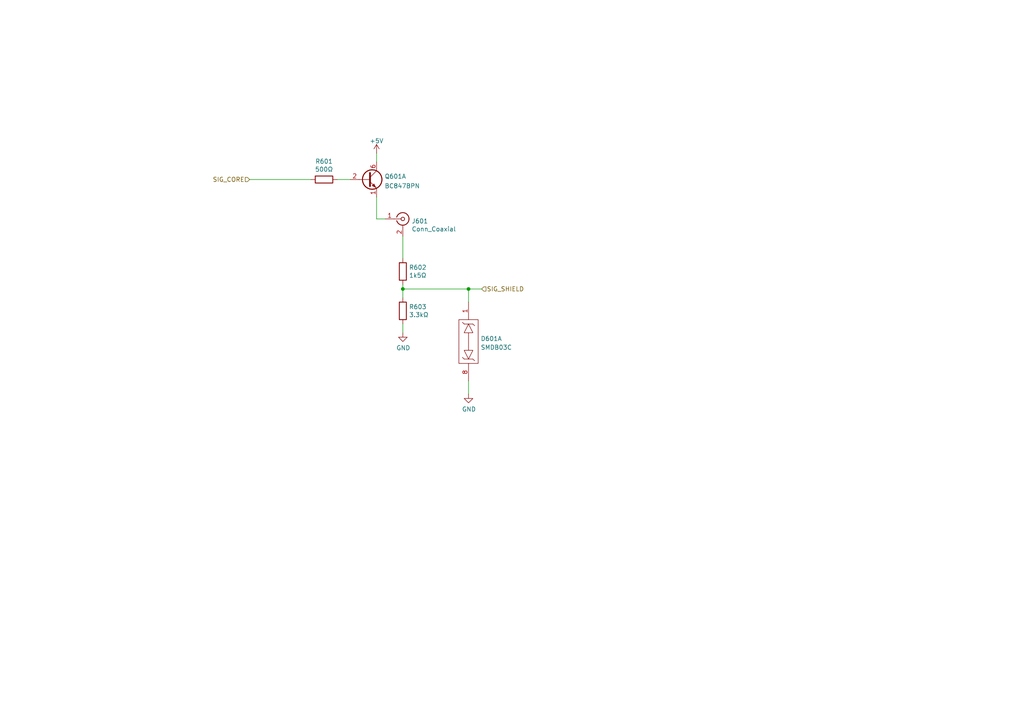
<source format=kicad_sch>
(kicad_sch (version 20211123) (generator eeschema)
  (paper "A4")
  (lib_symbols
    (symbol "CoaxTester:SMDB03C"
      (property "Reference" "D" (at 3.302 -5.588 0))
      (property "Value" "SMDB03C" (at -3.556 0 90))
      (symbol "SMDB03C_0_1"
        (rectangle (start -2.794 6.35) (end 2.794 -6.35) (stroke (width 0.1524)))
        (polyline (pts (xy -1.27 -5.08) (xy -1.778 -4.572)) (stroke (width 0.1524)))
        (polyline (pts (xy -1.27 -5.08) (xy 1.27 -5.08)) (stroke (width 0.1524)))
        (polyline (pts (xy -1.27 5.08) (xy -1.778 5.588)) (stroke (width 0.1524)))
        (polyline (pts (xy -1.27 5.08) (xy 1.27 5.08)) (stroke (width 0.1524)))
        (polyline (pts (xy 0 2.54) (xy 0 -2.54)) (stroke (width 0.1524)))
        (polyline (pts (xy 1.27 -5.08) (xy 1.778 -5.588)) (stroke (width 0.1524)))
        (polyline (pts (xy 1.27 5.08) (xy 1.778 4.572)) (stroke (width 0.1524)))
        (polyline (pts (xy 0 -5.08) (xy -1.27 -2.54) (xy 1.27 -2.54) (xy 0 -5.08)) (stroke (width 0.1524)))
        (polyline (pts (xy 0 5.08) (xy -1.27 2.54) (xy 1.27 2.54) (xy 0 5.08)) (stroke (width 0.1524)))
      )
      (symbol "SMDB03C_1_1"
        (pin passive line (at 0 11.43 270) (length 5.08) (name "") (number "1"))
        (pin passive line (at 0 -11.43 90) (length 5.08) (name "") (number "8"))
      )
      (symbol "SMDB03C_2_1"
        (pin passive line (at 0 11.43 270) (length 5.08) (name "") (number "2"))
        (pin passive line (at 0 -11.43 90) (length 5.08) (name "") (number "7"))
      )
      (symbol "SMDB03C_3_1"
        (pin passive line (at 0 11.43 270) (length 5.08) (name "") (number "3"))
        (pin passive line (at 0 -11.43 90) (length 5.08) (name "") (number "6"))
      )
      (symbol "SMDB03C_4_1"
        (pin passive line (at 0 11.43 270) (length 5.08) (name "") (number "4"))
        (pin passive line (at 0 -11.43 90) (length 5.08) (name "") (number "5"))
      )
    )
    (symbol "Connector:Conn_Coaxial" (pin_names (offset 1.016) hide)
      (property "Reference" "J" (at 0.254 3.048 0))
      (property "Value" "Conn_Coaxial" (at 2.921 0 90))
      (symbol "Conn_Coaxial_0_1"
        (arc (start -1.778 -0.508) (mid 0.222 -1.808) (end 1.778 0) (stroke (width 0.254)))
        (polyline (pts (xy -2.54 0) (xy -0.508 0)))
        (polyline (pts (xy 0 -2.54) (xy 0 -1.778)))
        (circle (center 0 0) (radius 0.508) (stroke (width 0.2032)))
        (arc (start 1.778 0) (mid 0.222 1.8083) (end -1.778 0.508) (stroke (width 0.254)))
      )
      (symbol "Conn_Coaxial_1_1"
        (pin passive line (at -5.08 0 0) (length 2.54) (name "In") (number "1"))
        (pin passive line (at 0 -5.08 90) (length 2.54) (name "Ext") (number "2"))
      )
    )
    (symbol "Device:R" (pin_numbers hide) (pin_names (offset 0))
      (property "Reference" "R" (at 2.032 0 90))
      (property "Value" "R" (at 0 0 90))
      (symbol "R_0_1"
        (rectangle (start -1.016 -2.54) (end 1.016 2.54) (stroke (width 0.254)))
      )
      (symbol "R_1_1"
        (pin passive line (at 0 3.81 270) (length 1.27) (name "~") (number "1"))
        (pin passive line (at 0 -3.81 90) (length 1.27) (name "~") (number "2"))
      )
    )
    (symbol "Transistor_BJT:BC847BPN" (pin_names (offset 0) hide)
      (property "Reference" "Q" (at 5.08 1.27 0))
      (property "Value" "BC847BPN" (at 5.08 -1.27 0))
      (symbol "BC847BPN_0_1"
        (polyline (pts (xy 0.635 0) (xy -2.54 0)))
        (circle (center 1.27 0) (radius 2.8194) (stroke (width 0.254)))
        (circle (center 1.27 0) (radius 2.8194) (stroke (width 0.254)))
      )
      (symbol "BC847BPN_1_1"
        (polyline (pts (xy 0.635 0.635) (xy 2.54 2.54)))
        (polyline (pts (xy 0.635 -0.635) (xy 2.54 -2.54) (xy 2.54 -2.54)))
        (polyline (pts (xy 0.635 1.905) (xy 0.635 -1.905) (xy 0.635 -1.905)) (stroke (width 0.508)))
        (polyline (pts (xy 1.27 -1.778) (xy 1.778 -1.27) (xy 2.286 -2.286) (xy 1.27 -1.778) (xy 1.27 -1.778)) (fill (type outline)))
        (pin passive line (at 2.54 -5.08 90) (length 2.54) (name "E1") (number "1"))
        (pin input line (at -5.08 0 0) (length 2.54) (name "B1") (number "2"))
        (pin passive line (at 2.54 5.08 270) (length 2.54) (name "C1") (number "6"))
      )
      (symbol "BC847BPN_2_1"
        (polyline (pts (xy 0.635 0.635) (xy 2.54 2.54)))
        (polyline (pts (xy 0.635 -0.635) (xy 2.54 -2.54) (xy 2.54 -2.54)))
        (polyline (pts (xy 0.635 1.905) (xy 0.635 -1.905) (xy 0.635 -1.905)) (stroke (width 0.508)))
        (polyline (pts (xy 2.286 -1.778) (xy 1.778 -2.286) (xy 1.27 -1.27) (xy 2.286 -1.778) (xy 2.286 -1.778)) (fill (type outline)))
        (pin passive line (at 2.54 5.08 270) (length 2.54) (name "C2") (number "3"))
        (pin passive line (at 2.54 -5.08 90) (length 2.54) (name "E2") (number "4"))
        (pin input line (at -5.08 0 0) (length 2.54) (name "B2") (number "5"))
      )
    )
    (symbol "power:+5V" (power) (pin_names (offset 0))
      (property "Value" "+5V" (at 0 3.556 0))
      (symbol "+5V_0_1"
        (polyline (pts (xy -0.762 1.27) (xy 0 2.54)))
        (polyline (pts (xy 0 0) (xy 0 2.54)))
        (polyline (pts (xy 0 2.54) (xy 0.762 1.27)))
      )
      (symbol "+5V_1_1"
        (pin power_in line (at 0 0 90) (length 0) hide (name "+5V") (number "1"))
      )
    )
    (symbol "power:GND" (power) (pin_names (offset 0))
      (property "Value" "GND" (at 0 -3.81 0))
      (symbol "GND_0_1"
        (polyline (pts (xy 0 0) (xy 0 -1.27) (xy 1.27 -1.27) (xy 0 -2.54) (xy -1.27 -1.27) (xy 0 -1.27)))
      )
      (symbol "GND_1_1"
        (pin power_in line (at 0 0 270) (length 0) hide (name "GND") (number "1"))
      )
    )
  )
  (junction (at 135.89 83.82))
  (junction (at 116.84 83.82))
  (wire (pts (xy 116.84 68.58) (xy 116.84 74.93)))
  (wire (pts (xy 135.89 110.49) (xy 135.89 114.3)))
  (wire (pts (xy 116.84 83.82) (xy 116.84 86.36)))
  (wire (pts (xy 116.84 82.55) (xy 116.84 83.82)))
  (wire (pts (xy 72.39 52.07) (xy 90.17 52.07)))
  (wire (pts (xy 135.89 83.82) (xy 135.89 87.63)))
  (wire (pts (xy 109.22 46.99) (xy 109.22 44.45)))
  (wire (pts (xy 135.89 83.82) (xy 139.7 83.82)))
  (wire (pts (xy 97.79 52.07) (xy 101.6 52.07)))
  (wire (pts (xy 116.84 93.98) (xy 116.84 96.52)))
  (wire (pts (xy 109.22 63.5) (xy 111.76 63.5)))
  (wire (pts (xy 116.84 83.82) (xy 135.89 83.82)))
  (wire (pts (xy 109.22 57.15) (xy 109.22 63.5)))
  (hierarchical_label "SIG_SHIELD" (shape input) (at 139.7 83.82 0))
  (hierarchical_label "SIG_CORE" (shape input) (at 72.39 52.07 180))
  (symbol (lib_id "Connector:Conn_Coaxial") (at 116.84 63.5 0) (unit 1)
    (property "Reference" "J601" (at 119.38 64.135 0) (effects (justify left)))
    (property "Value" "Conn_Coaxial" (at 119.38 66.4464 0) (effects (justify left)))
    (property "Footprint" "CoaxTester:FB_EPG" (effects hide))
    (property "Datasheet" " ~" (effects hide))
  )
  (symbol (lib_id "Device:R") (at 93.98 52.07 270) (unit 1)
    (property "Reference" "R601" (at 93.98 46.8122 90))
    (property "Value" "500Ω" (at 93.98 49.1236 90))
    (property "Footprint" "Resistor_SMD:R_0805_2012Metric" (effects hide))
  )
  (symbol (lib_id "Device:R") (at 116.84 78.74 0) (unit 1)
    (property "Reference" "R602" (at 118.618 77.5716 0) (effects (justify left)))
    (property "Value" "1k5Ω" (at 118.618 79.883 0) (effects (justify left)))
    (property "Footprint" "Resistor_SMD:R_0805_2012Metric" (effects hide))
  )
  (symbol (lib_id "power:GND") (at 116.84 96.52 0) (unit 1)
    (property "Reference" "#PWR0602" (effects hide))
    (property "Value" "GND" (at 116.967 100.9142 0))
  )
  (symbol (lib_id "Device:R") (at 116.84 90.17 0) (unit 1)
    (property "Reference" "R603" (at 118.618 89.0016 0) (effects (justify left)))
    (property "Value" "3.3kΩ" (at 118.618 91.313 0) (effects (justify left)))
    (property "Footprint" "Resistor_SMD:R_0805_2012Metric" (effects hide))
  )
  (symbol (lib_id "power:+5V") (at 109.22 44.45 0) (unit 1)
    (property "Reference" "#PWR0601" (effects hide))
    (property "Value" "+5V" (at 109.22 40.8742 0))
  )
  (symbol (lib_id "CoaxTester:SMDB03C") (at 135.89 99.06 0) (unit 1)
    (property "Reference" "D601" (at 139.3952 98.2253 0) (effects (justify left)))
    (property "Value" "SMDB03C" (at 139.3952 100.7622 0) (effects (justify left)))
    (property "Footprint" "Package_SO:SO-8_3.9x4.9mm_P1.27mm" (effects hide))
    (property "Datasheet" "https://www.smc-diodes.com/propdf/SMDB03C%20THRU%20SMDB24C%20N0426%20REV.A.pdf" (effects hide))
  )
  (symbol (lib_id "Transistor_BJT:BC847BPN") (at 106.68 52.07 0) (unit 1)
    (property "Reference" "Q601" (at 111.5314 51.1615 0) (effects (justify left)))
    (property "Value" "BC847BPN" (at 111.5314 53.9366 0) (effects (justify left)))
    (property "Footprint" "Package_TO_SOT_SMD:SOT-363_SC-70-6" (effects hide))
    (property "Datasheet" "https://assets.nexperia.com/documents/data-sheet/BC847BPN.pdf" (effects hide))
  )
  (symbol (lib_id "power:GND") (at 135.89 114.3 0) (unit 1)
    (property "Reference" "#PWR0603" (effects hide))
    (property "Value" "GND" (at 136.017 118.6942 0))
  )
)
</source>
